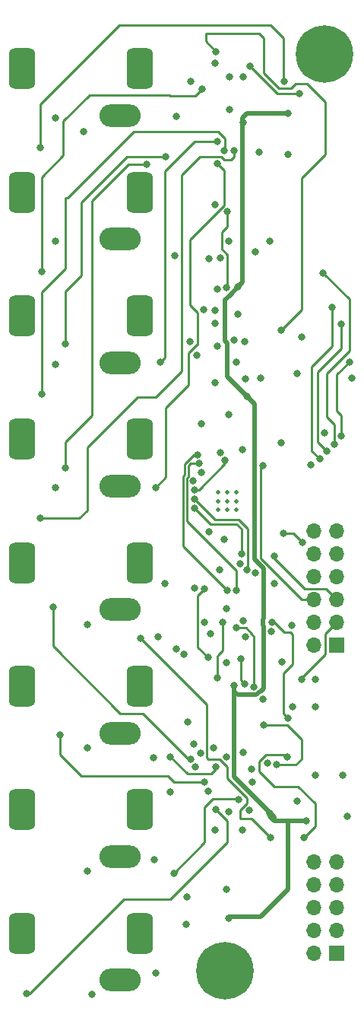
<source format=gbr>
%TF.GenerationSoftware,KiCad,Pcbnew,(6.0.7)*%
%TF.CreationDate,2022-09-10T19:48:32+02:00*%
%TF.ProjectId,eurorack-pmod-pcb,6575726f-7261-4636-9b2d-706d6f642d70,rev?*%
%TF.SameCoordinates,Original*%
%TF.FileFunction,Copper,L3,Inr*%
%TF.FilePolarity,Positive*%
%FSLAX46Y46*%
G04 Gerber Fmt 4.6, Leading zero omitted, Abs format (unit mm)*
G04 Created by KiCad (PCBNEW (6.0.7)) date 2022-09-10 19:48:32*
%MOMM*%
%LPD*%
G01*
G04 APERTURE LIST*
G04 Aperture macros list*
%AMRoundRect*
0 Rectangle with rounded corners*
0 $1 Rounding radius*
0 $2 $3 $4 $5 $6 $7 $8 $9 X,Y pos of 4 corners*
0 Add a 4 corners polygon primitive as box body*
4,1,4,$2,$3,$4,$5,$6,$7,$8,$9,$2,$3,0*
0 Add four circle primitives for the rounded corners*
1,1,$1+$1,$2,$3*
1,1,$1+$1,$4,$5*
1,1,$1+$1,$6,$7*
1,1,$1+$1,$8,$9*
0 Add four rect primitives between the rounded corners*
20,1,$1+$1,$2,$3,$4,$5,0*
20,1,$1+$1,$4,$5,$6,$7,0*
20,1,$1+$1,$6,$7,$8,$9,0*
20,1,$1+$1,$8,$9,$2,$3,0*%
G04 Aperture macros list end*
%TA.AperFunction,ComponentPad*%
%ADD10C,0.500000*%
%TD*%
%TA.AperFunction,ComponentPad*%
%ADD11RoundRect,0.725000X-0.725000X1.575000X-0.725000X-1.575000X0.725000X-1.575000X0.725000X1.575000X0*%
%TD*%
%TA.AperFunction,ComponentPad*%
%ADD12O,4.600000X2.500000*%
%TD*%
%TA.AperFunction,ComponentPad*%
%ADD13C,0.800000*%
%TD*%
%TA.AperFunction,ComponentPad*%
%ADD14C,6.400000*%
%TD*%
%TA.AperFunction,ComponentPad*%
%ADD15R,1.700000X1.700000*%
%TD*%
%TA.AperFunction,ComponentPad*%
%ADD16O,1.700000X1.700000*%
%TD*%
%TA.AperFunction,ViaPad*%
%ADD17C,0.800000*%
%TD*%
%TA.AperFunction,Conductor*%
%ADD18C,0.250000*%
%TD*%
%TA.AperFunction,Conductor*%
%ADD19C,0.508000*%
%TD*%
%TA.AperFunction,Conductor*%
%ADD20C,0.254000*%
%TD*%
G04 APERTURE END LIST*
D10*
%TO.N,GND*%
%TO.C,U3*%
X3925000Y-53840000D03*
X4925000Y-54840000D03*
X5925000Y-53840000D03*
X5925000Y-52840000D03*
X4925000Y-52840000D03*
X3925000Y-54840000D03*
X4925000Y-53840000D03*
X5925000Y-54840000D03*
X3925000Y-52840000D03*
%TD*%
D11*
%TO.N,GND*%
%TO.C,J6*%
X-17970000Y-46964776D03*
%TO.N,Net-(J6-PadT)*%
X-4770000Y-46964776D03*
D12*
%TO.N,GND*%
X-6970000Y-52164776D03*
%TD*%
D13*
%TO.N,N/C*%
%TO.C,REF\u002A\u002A*%
X17445056Y-5761056D03*
X14050944Y-5761056D03*
X18148000Y-4064000D03*
D14*
X15748000Y-4064000D03*
D13*
X17445056Y-2366944D03*
X13348000Y-4064000D03*
X14050944Y-2366944D03*
X15748000Y-1664000D03*
X15748000Y-6464000D03*
%TD*%
D15*
%TO.N,Net-(D2-Pad1)*%
%TO.C,J1*%
X17145000Y-104135000D03*
D16*
X14605000Y-104135000D03*
%TO.N,GND*%
X17145000Y-101595000D03*
X14605000Y-101595000D03*
X17145000Y-99055000D03*
X14605000Y-99055000D03*
X17145000Y-96515000D03*
X14605000Y-96515000D03*
%TO.N,Net-(D1-Pad2)*%
X17145000Y-93975000D03*
X14605000Y-93975000D03*
%TD*%
D11*
%TO.N,GND*%
%TO.C,J3*%
X-17970000Y-5735611D03*
%TO.N,Net-(J3-PadT)*%
X-4770000Y-5735611D03*
D12*
%TO.N,GND*%
X-6970000Y-10935611D03*
%TD*%
D11*
%TO.N,GND*%
%TO.C,J7*%
X-17970000Y-60707831D03*
%TO.N,Net-(J7-PadT)*%
X-4770000Y-60707831D03*
D12*
%TO.N,unconnected-(J7-PadTN)*%
X-6970000Y-65907831D03*
%TD*%
D11*
%TO.N,GND*%
%TO.C,J4*%
X-17970000Y-19478666D03*
%TO.N,Net-(J4-PadT)*%
X-4770000Y-19478666D03*
D12*
%TO.N,GND*%
X-6970000Y-24678666D03*
%TD*%
D11*
%TO.N,GND*%
%TO.C,J10*%
X-17970000Y-101937000D03*
%TO.N,Net-(J10-PadT)*%
X-4770000Y-101937000D03*
D12*
%TO.N,unconnected-(J10-PadTN)*%
X-6970000Y-107137000D03*
%TD*%
D11*
%TO.N,GND*%
%TO.C,J5*%
X-17970000Y-33221721D03*
%TO.N,Net-(J5-PadT)*%
X-4770000Y-33221721D03*
D12*
%TO.N,GND*%
X-6970000Y-38421721D03*
%TD*%
D13*
%TO.N,N/C*%
%TO.C,REF\u002A\u002A*%
X4673600Y-108521200D03*
X6370656Y-107818256D03*
X2976544Y-107818256D03*
D14*
X4673600Y-106121200D03*
D13*
X4673600Y-103721200D03*
X2273600Y-106121200D03*
X2976544Y-104424144D03*
X6370656Y-104424144D03*
X7073600Y-106121200D03*
%TD*%
D11*
%TO.N,GND*%
%TO.C,J9*%
X-17970000Y-88193941D03*
%TO.N,Net-(J9-PadT)*%
X-4770000Y-88193941D03*
D12*
%TO.N,unconnected-(J9-PadTN)*%
X-6970000Y-93393941D03*
%TD*%
D15*
%TO.N,/SDIN1*%
%TO.C,J2*%
X17145000Y-69850000D03*
D16*
%TO.N,/SCL*%
X14605000Y-69850000D03*
%TO.N,/SDOUT1*%
X17145000Y-67310000D03*
%TO.N,/SDA*%
X14605000Y-67310000D03*
%TO.N,/LRCK*%
X17145000Y-64770000D03*
%TO.N,/PDN*%
X14605000Y-64770000D03*
%TO.N,/BICK*%
X17145000Y-62230000D03*
%TO.N,/MCLK*%
X14605000Y-62230000D03*
%TO.N,GND*%
X17145000Y-59690000D03*
X14605000Y-59690000D03*
%TO.N,Net-(J2-Pad11)*%
X17145000Y-57150000D03*
X14605000Y-57150000D03*
%TD*%
D11*
%TO.N,GND*%
%TO.C,J8*%
X-17970000Y-74450886D03*
%TO.N,Net-(J8-PadT)*%
X-4770000Y-74450886D03*
D12*
%TO.N,unconnected-(J8-PadTN)*%
X-6970000Y-79650886D03*
%TD*%
D17*
%TO.N,GND*%
X-14224000Y-11176000D03*
X5080000Y-88392000D03*
X18288000Y-88900000D03*
X12192000Y-76708000D03*
X-14224000Y-52324000D03*
X18796000Y-40132000D03*
X12700000Y-39624000D03*
X330200Y-100914200D03*
X-10668000Y-67564000D03*
X9652000Y-24892000D03*
X6604000Y-90424000D03*
X-14224000Y-24892000D03*
X5080000Y-24892000D03*
X-14224000Y-38608000D03*
X-10668000Y-81280000D03*
X15748000Y-46228000D03*
X3556000Y-90424000D03*
X4064000Y-61468000D03*
X14732000Y-84328000D03*
X14224000Y-49784000D03*
X431800Y-97866200D03*
X-733318Y-70289739D03*
X9830704Y-68328994D03*
X17780000Y-84328000D03*
X-10668000Y-94996000D03*
X8035679Y-61794813D03*
X3556000Y-40640000D03*
X8636000Y-40132000D03*
X4139200Y-48416091D03*
X-10160000Y-108712000D03*
X11684000Y-15240000D03*
X6604000Y-48133000D03*
%TO.N,+3.3VA*%
X14732000Y-76708000D03*
X10922000Y-47371000D03*
%TO.N,VDD*%
X4572000Y-58128500D03*
X10160000Y-62992000D03*
X14732000Y-73660000D03*
%TO.N,Net-(C33-Pad1)*%
X-1016000Y-95250000D03*
X6241340Y-87021939D03*
%TO.N,+12V*%
X11044701Y-71759299D03*
X4879818Y-71785734D03*
X13208937Y-35561373D03*
X6678500Y-6604000D03*
X3048000Y-68580000D03*
X4863002Y-97014500D03*
X9431135Y-83003391D03*
X5080000Y-44196000D03*
X6096000Y-33020000D03*
%TO.N,-12V*%
X11684000Y-10668000D03*
X9652000Y-88554500D03*
X5733318Y-74324310D03*
X6096000Y-29972000D03*
X13716000Y-89408000D03*
X5080000Y-100276593D03*
X7112000Y-42164000D03*
X6678500Y-11684000D03*
%TO.N,Net-(C33-Pad2)*%
X-3175000Y-93726000D03*
X7370299Y-88269299D03*
%TO.N,Net-(D3-Pad1)*%
X-762000Y-11049000D03*
X-11049000Y-12700000D03*
%TO.N,Net-(D7-Pad2)*%
X889000Y-82550000D03*
X-14478000Y-65659000D03*
%TO.N,/SDIN1*%
X11176000Y-57404000D03*
X13335000Y-58420000D03*
X2921000Y-57277000D03*
%TO.N,/SCL*%
X1270000Y-53594000D03*
X7091117Y-61468000D03*
X12128500Y-67691000D03*
%TO.N,/SDOUT1*%
X13208000Y-73660000D03*
X6326572Y-60805765D03*
%TO.N,/SDA*%
X6514500Y-59713204D03*
X1265701Y-54614299D03*
%TO.N,/LRCK*%
X10155046Y-59927835D03*
%TO.N,/PDN*%
X4699000Y-49276000D03*
X8890000Y-49911000D03*
X1262712Y-52594524D03*
%TO.N,Net-(C34-Pad1)*%
X4826000Y-65786000D03*
X5916340Y-67956372D03*
X7859111Y-74526391D03*
%TO.N,Net-(D5-Pad1)*%
X-1905000Y-15494000D03*
X-13081000Y-36322000D03*
%TO.N,Net-(C34-Pad2)*%
X1392701Y-83443299D03*
X8927500Y-75872067D03*
X1288115Y-63559201D03*
%TO.N,Net-(D9-Pad2)*%
X-1397000Y-86233000D03*
X2794000Y-86106000D03*
%TO.N,/-VCOM*%
X3556000Y-5080000D03*
X3544858Y-20816544D03*
X-2032000Y-62992000D03*
X1524000Y-37592000D03*
X1218000Y-80854846D03*
X2032000Y-45212000D03*
%TO.N,/dual_mono_inputs1/IN1_3V*%
X15240000Y-49149000D03*
X16637000Y-32258000D03*
%TO.N,Net-(C35-Pad2)*%
X12700000Y-87249000D03*
X-2997200Y-106324400D03*
%TO.N,Net-(D6-Pad1)*%
X-4064000Y-16383000D03*
X-13081000Y-50165000D03*
%TO.N,/dual_mono_inputs1/IN2_3V*%
X17653000Y-34163000D03*
X16002000Y-48260000D03*
%TO.N,/dual_mono_inputs2/IN1_3V*%
X15621000Y-28448000D03*
X16891000Y-47498000D03*
%TO.N,Net-(RN3-Pad5)*%
X5715000Y-35941000D03*
X5961496Y-38347854D03*
%TO.N,/dual_mono_inputs2/IN2_3V*%
X17653000Y-46609000D03*
X18542000Y-38354000D03*
%TO.N,/dual_mono_outputs1/OUT1*%
X4903900Y-63754247D03*
X1616345Y-48670657D03*
%TO.N,Net-(C20-Pad1)*%
X889000Y-7112000D03*
X762000Y-36068000D03*
%TO.N,/dual_mono_outputs1/OUT2*%
X5969000Y-63754000D03*
X1778000Y-49657000D03*
%TO.N,Net-(C20-Pad2)*%
X12954000Y-8509000D03*
X7493000Y-5461000D03*
X3543000Y-34023000D03*
X3803200Y-36614250D03*
%TO.N,Net-(D10-Pad2)*%
X-17399000Y-108686600D03*
X3683000Y-88138000D03*
%TO.N,/dual_mono_outputs2/OUT1*%
X545500Y-78381715D03*
X2032000Y-50673000D03*
X3410712Y-81284200D03*
%TO.N,/dual_mono_outputs2/OUT2*%
X1152613Y-51601104D03*
X4876922Y-82338324D03*
X1942500Y-81915000D03*
%TO.N,Net-(C21-Pad2)*%
X11303000Y-7112000D03*
X-15875000Y-14478000D03*
%TO.N,Net-(C22-Pad1)*%
X3556000Y-32639000D03*
X6841503Y-36068000D03*
X6985000Y-40259000D03*
%TO.N,Net-(C22-Pad2)*%
X10922000Y-34798000D03*
X3683000Y-3810000D03*
%TO.N,Net-(C23-Pad1)*%
X5207000Y-10287000D03*
X5207000Y-6604000D03*
%TO.N,Net-(C23-Pad2)*%
X-15748000Y-28321000D03*
X2159000Y-8001000D03*
%TO.N,Net-(C24-Pad1)*%
X-889000Y-26543000D03*
X8052000Y-26086000D03*
%TO.N,Net-(C25-Pad1)*%
X-2540000Y-38354000D03*
X3810000Y-13843000D03*
%TO.N,Net-(C25-Pad2)*%
X-15748000Y-41910000D03*
X4572000Y-14807000D03*
%TO.N,Net-(D8-Pad2)*%
X2413000Y-85090000D03*
X-13716000Y-79883000D03*
%TO.N,Net-(C26-Pad1)*%
X2864000Y-26867000D03*
X2286000Y-32512000D03*
%TO.N,Net-(C26-Pad2)*%
X4191000Y-26797000D03*
X3836543Y-30240351D03*
%TO.N,Net-(C27-Pad1)*%
X3810000Y-16256000D03*
X-3048000Y-52324000D03*
%TO.N,Net-(C27-Pad2)*%
X5686614Y-14847178D03*
X8509000Y-14986000D03*
X-15875000Y-55753000D03*
%TO.N,Net-(C28-Pad1)*%
X2413000Y-67305500D03*
X6940938Y-68980970D03*
%TO.N,Net-(C29-Pad1)*%
X7747000Y-85090000D03*
X-2794000Y-68961000D03*
%TO.N,Net-(C29-Pad2)*%
X11620718Y-82302654D03*
X13462000Y-91313000D03*
X-4699000Y-69088000D03*
X9779000Y-91313000D03*
%TO.N,Net-(C30-Pad2)*%
X2413000Y-63627000D03*
X95999Y-70867094D03*
X2794000Y-71247000D03*
%TO.N,Net-(RN9-Pad5)*%
X4826000Y-30099000D03*
X4910676Y-21640922D03*
%TO.N,Net-(C31-Pad1)*%
X3688988Y-83417508D03*
X-1397000Y-82296000D03*
%TO.N,Net-(C31-Pad2)*%
X-3302000Y-82423000D03*
X6731000Y-81788000D03*
%TO.N,Net-(C32-Pad1)*%
X3810000Y-73533000D03*
X4445000Y-67310000D03*
%TO.N,Net-(RN10-Pad7)*%
X10414000Y-83185000D03*
X6477000Y-71374000D03*
X9017000Y-78798500D03*
X6858000Y-74168000D03*
%TO.N,Net-(RN10-Pad5)*%
X11684000Y-77978000D03*
X7620000Y-83693000D03*
X9906000Y-67310000D03*
X6731000Y-67183000D03*
%TD*%
D18*
%TO.N,Net-(D10-Pad2)*%
X-17399000Y-108686600D02*
X-17119600Y-108686600D01*
X-17119600Y-108686600D02*
X-6604000Y-98171000D01*
X-6604000Y-98171000D02*
X-1397000Y-98171000D01*
X-1397000Y-98171000D02*
X4953000Y-91821000D01*
X4953000Y-91821000D02*
X4953000Y-89408000D01*
X4953000Y-89408000D02*
X3683000Y-88138000D01*
%TO.N,Net-(C33-Pad1)*%
X2413000Y-91821000D02*
X2413000Y-87884000D01*
X3302000Y-86995000D02*
X6214401Y-86995000D01*
X-1016000Y-95250000D02*
X2413000Y-91821000D01*
X2413000Y-87884000D02*
X3302000Y-86995000D01*
X6214401Y-86995000D02*
X6241340Y-87021939D01*
D19*
%TO.N,-12V*%
X8925500Y-66956468D02*
X8977204Y-66904764D01*
X5733318Y-84544194D02*
X5733318Y-75038682D01*
X4917500Y-36245469D02*
X4656700Y-35984669D01*
X8977204Y-61360156D02*
X7944501Y-60327453D01*
X8596318Y-75017068D02*
X8626549Y-75017068D01*
X8925500Y-67663532D02*
X8925500Y-66956468D01*
X7944501Y-42996501D02*
X7620000Y-42672000D01*
X8594819Y-75018567D02*
X8596318Y-75017068D01*
X11684000Y-97028000D02*
X8636000Y-100076000D01*
X8659262Y-75006757D02*
X8977204Y-74688815D01*
X11684000Y-89408000D02*
X13716000Y-89408000D01*
X8977204Y-66904764D02*
X8977204Y-61360156D01*
X6604000Y-12192000D02*
X6604000Y-11758500D01*
X6604000Y-12192000D02*
X6604000Y-11176000D01*
X10160000Y-89408000D02*
X10160000Y-88970876D01*
X8636860Y-75006757D02*
X8659262Y-75006757D01*
X11684000Y-89408000D02*
X11684000Y-97028000D01*
X5144032Y-30988000D02*
X6096000Y-30036032D01*
X8175755Y-75416780D02*
X8573968Y-75018567D01*
X5733318Y-75038682D02*
X6111416Y-75416780D01*
X8977204Y-74688815D02*
X8977204Y-67715236D01*
X4656700Y-31475332D02*
X5144032Y-30988000D01*
X10160000Y-88970876D02*
X5733318Y-84544194D01*
X9652000Y-88900000D02*
X9652000Y-88554500D01*
X5280593Y-100076000D02*
X5080000Y-100276593D01*
X5144032Y-30988000D02*
X6604000Y-29528032D01*
X5733318Y-75038682D02*
X5733318Y-74324310D01*
X8636000Y-100076000D02*
X5280593Y-100076000D01*
X6604000Y-11758500D02*
X6678500Y-11684000D01*
X8573968Y-75018567D02*
X8594819Y-75018567D01*
X6096000Y-30036032D02*
X6096000Y-29972000D01*
X11684000Y-89408000D02*
X10160000Y-89408000D01*
X8977204Y-67715236D02*
X8925500Y-67663532D01*
X8626549Y-75017068D02*
X8636860Y-75006757D01*
X7620000Y-42672000D02*
X7112000Y-42164000D01*
X6604000Y-11176000D02*
X7112000Y-10668000D01*
X4917500Y-39969500D02*
X4917500Y-36245469D01*
X6604000Y-29528032D02*
X6604000Y-12192000D01*
X7620000Y-42672000D02*
X4917500Y-39969500D01*
X10160000Y-89408000D02*
X9652000Y-88900000D01*
X7944501Y-60327453D02*
X7944501Y-42996501D01*
X6111416Y-75416780D02*
X8175755Y-75416780D01*
X7112000Y-10668000D02*
X11684000Y-10668000D01*
X4656700Y-35984669D02*
X4656700Y-31475332D01*
D18*
%TO.N,Net-(D7-Pad2)*%
X-6985000Y-77470000D02*
X-14478000Y-69977000D01*
X-14478000Y-69977000D02*
X-14478000Y-69596000D01*
X-4445000Y-77470000D02*
X-6985000Y-77470000D01*
X-14478000Y-69596000D02*
X-14478000Y-65659000D01*
X-3683000Y-78232000D02*
X-4445000Y-77470000D01*
X635000Y-82550000D02*
X-3683000Y-78232000D01*
X889000Y-82550000D02*
X635000Y-82550000D01*
%TO.N,/SDIN1*%
X12319000Y-57404000D02*
X11176000Y-57404000D01*
X13335000Y-58420000D02*
X12319000Y-57404000D01*
%TO.N,/SCL*%
X1270000Y-53594000D02*
X3556000Y-55880000D01*
X7239000Y-56896000D02*
X7239000Y-61341000D01*
X6223000Y-55880000D02*
X7239000Y-56896000D01*
X7218117Y-61341000D02*
X7091117Y-61468000D01*
X3556000Y-55880000D02*
X6223000Y-55880000D01*
X7239000Y-61341000D02*
X7218117Y-61341000D01*
%TO.N,/SDOUT1*%
X13208000Y-73660000D02*
X13208000Y-73533000D01*
X15875000Y-68580000D02*
X17145000Y-67310000D01*
X13208000Y-73533000D02*
X15875000Y-70866000D01*
X15875000Y-70866000D02*
X15875000Y-68580000D01*
%TO.N,/SDA*%
X3039402Y-56388000D02*
X5968310Y-56388000D01*
X5968310Y-56388000D02*
X6514500Y-56934190D01*
X1265701Y-54614299D02*
X3039402Y-56388000D01*
X6514500Y-56934190D02*
X6514500Y-59713204D01*
%TO.N,/LRCK*%
X17145000Y-64770000D02*
X15970000Y-63595000D01*
X10155046Y-60193046D02*
X10155046Y-59927835D01*
X13557000Y-63595000D02*
X10155046Y-60193046D01*
X15970000Y-63595000D02*
X13557000Y-63595000D01*
D20*
%TO.N,/PDN*%
X8636000Y-50038000D02*
X8763000Y-49911000D01*
X4699000Y-49276000D02*
X4699000Y-49657000D01*
X14605000Y-64770000D02*
X13208000Y-64770000D01*
X8636000Y-60198000D02*
X8636000Y-50038000D01*
X13208000Y-64770000D02*
X12446000Y-64008000D01*
X4699000Y-49657000D02*
X1761476Y-52594524D01*
X1761476Y-52594524D02*
X1262712Y-52594524D01*
X8763000Y-49911000D02*
X8890000Y-49911000D01*
X12446000Y-64008000D02*
X8636000Y-60198000D01*
D18*
%TO.N,Net-(C34-Pad1)*%
X7629093Y-68653125D02*
X7874000Y-68898032D01*
X7010947Y-67956372D02*
X7629093Y-68574518D01*
X7874000Y-74511502D02*
X7859111Y-74526391D01*
X7629093Y-68574518D02*
X7629093Y-68653125D01*
X5916340Y-67956372D02*
X7010947Y-67956372D01*
X7874000Y-68898032D02*
X7874000Y-74511502D01*
%TO.N,Net-(D5-Pad1)*%
X-11303000Y-20574000D02*
X-7874000Y-17145000D01*
X-13081000Y-30480000D02*
X-11303000Y-28702000D01*
X-6223000Y-15494000D02*
X-1905000Y-15494000D01*
X-7874000Y-17145000D02*
X-6223000Y-15494000D01*
X-11303000Y-28702000D02*
X-11303000Y-20574000D01*
X-13081000Y-36322000D02*
X-13081000Y-30480000D01*
%TO.N,/dual_mono_inputs1/IN1_3V*%
X14351000Y-38862000D02*
X16637000Y-36576000D01*
X15240000Y-49149000D02*
X14351000Y-48260000D01*
X14351000Y-48260000D02*
X14351000Y-38862000D01*
X16637000Y-36576000D02*
X16637000Y-32258000D01*
%TO.N,Net-(D6-Pad1)*%
X-10795000Y-44958000D02*
X-10160000Y-44323000D01*
X-13081000Y-47244000D02*
X-10795000Y-44958000D01*
X-13081000Y-50165000D02*
X-13081000Y-47244000D01*
X-6096000Y-16383000D02*
X-4064000Y-16383000D01*
X-10160000Y-23495000D02*
X-10160000Y-20447000D01*
X-10160000Y-44323000D02*
X-10160000Y-23495000D01*
X-10160000Y-20447000D02*
X-6096000Y-16383000D01*
%TO.N,/dual_mono_inputs1/IN2_3V*%
X16002000Y-48260000D02*
X14986000Y-47244000D01*
X14986000Y-47244000D02*
X14986000Y-42164000D01*
X14986000Y-39497000D02*
X17653000Y-36830000D01*
X14986000Y-42164000D02*
X14986000Y-39497000D01*
X17653000Y-36830000D02*
X17653000Y-34163000D01*
%TO.N,/dual_mono_inputs2/IN1_3V*%
X18542000Y-37084000D02*
X18542000Y-31369000D01*
X18542000Y-31369000D02*
X15621000Y-28448000D01*
X16891000Y-47498000D02*
X16891000Y-45339000D01*
X16002000Y-44450000D02*
X16002000Y-39624000D01*
X16002000Y-39624000D02*
X18542000Y-37084000D01*
X16891000Y-45339000D02*
X16002000Y-44450000D01*
%TO.N,/dual_mono_inputs2/IN2_3V*%
X17653000Y-46609000D02*
X17653000Y-44323000D01*
X17145000Y-43815000D02*
X17145000Y-39751000D01*
X17145000Y-39751000D02*
X18542000Y-38354000D01*
X17653000Y-44323000D02*
X17145000Y-43815000D01*
%TO.N,/dual_mono_outputs1/OUT1*%
X-21388Y-58828959D02*
X-21388Y-51114817D01*
X-21388Y-51114817D02*
X185499Y-50907930D01*
X185499Y-50907930D02*
X185499Y-49724811D01*
X185499Y-49724811D02*
X1239653Y-48670657D01*
X4903900Y-63754247D02*
X-21388Y-58828959D01*
X1239653Y-48670657D02*
X1616345Y-48670657D01*
%TO.N,/dual_mono_outputs1/OUT2*%
X889000Y-49657000D02*
X1778000Y-49657000D01*
X5969000Y-61595000D02*
X428113Y-56054113D01*
X635000Y-51094119D02*
X635000Y-49911000D01*
X635000Y-49911000D02*
X889000Y-49657000D01*
X5969000Y-63754000D02*
X5969000Y-61595000D01*
X428113Y-56054113D02*
X428113Y-51301006D01*
X428113Y-51301006D02*
X635000Y-51094119D01*
%TO.N,Net-(C20-Pad2)*%
X12954000Y-8509000D02*
X10541000Y-8509000D01*
X10541000Y-8509000D02*
X7493000Y-5461000D01*
%TO.N,Net-(C21-Pad2)*%
X-8382000Y-2159000D02*
X-7112000Y-889000D01*
X-7112000Y-889000D02*
X9779000Y-889000D01*
X-15875000Y-9652000D02*
X-8382000Y-2159000D01*
X11176000Y-6985000D02*
X11303000Y-7112000D01*
X11176000Y-2286000D02*
X11176000Y-4318000D01*
X11176000Y-4318000D02*
X11176000Y-6985000D01*
X-15875000Y-14478000D02*
X-15875000Y-9652000D01*
X9779000Y-889000D02*
X11176000Y-2286000D01*
%TO.N,Net-(C22-Pad2)*%
X2540000Y-1778000D02*
X2540000Y-2667000D01*
X10922000Y-34798000D02*
X13208000Y-32512000D01*
X2540000Y-2667000D02*
X3683000Y-3810000D01*
X13208000Y-18161000D02*
X13208000Y-17907000D01*
X13843000Y-7366000D02*
X12573000Y-7366000D01*
X15875000Y-9398000D02*
X15367000Y-8890000D01*
X9017000Y-2286000D02*
X8509000Y-1778000D01*
X15875000Y-15240000D02*
X15875000Y-9398000D01*
X12573000Y-7366000D02*
X12065000Y-7874000D01*
X9017000Y-5334000D02*
X9017000Y-2286000D01*
X13208000Y-17907000D02*
X15875000Y-15240000D01*
X15367000Y-8890000D02*
X13843000Y-7366000D01*
X9017000Y-6223000D02*
X9017000Y-5334000D01*
X10668000Y-7874000D02*
X9017000Y-6223000D01*
X8509000Y-1778000D02*
X2540000Y-1778000D01*
X12065000Y-7874000D02*
X10668000Y-7874000D01*
X13208000Y-32512000D02*
X13208000Y-18161000D01*
%TO.N,Net-(C23-Pad2)*%
X-10414000Y-8636000D02*
X-1524000Y-8636000D01*
X1397000Y-8763000D02*
X2159000Y-8001000D01*
X-15748000Y-17780000D02*
X-13335000Y-15367000D01*
X-1524000Y-8636000D02*
X-1397000Y-8763000D01*
X-13335000Y-15367000D02*
X-13335000Y-14224000D01*
X-15748000Y-28321000D02*
X-15748000Y-17780000D01*
X-1397000Y-8763000D02*
X1397000Y-8763000D01*
X-13335000Y-11557000D02*
X-10414000Y-8636000D01*
X-13335000Y-14224000D02*
X-13335000Y-11557000D01*
%TO.N,Net-(C25-Pad1)*%
X-2032000Y-37846000D02*
X-2032000Y-35687000D01*
X-635000Y-15748000D02*
X1270000Y-13843000D01*
X-2540000Y-38354000D02*
X-2032000Y-37846000D01*
X-2032000Y-35687000D02*
X-2032000Y-17145000D01*
X-2032000Y-17145000D02*
X-635000Y-15748000D01*
X1270000Y-13843000D02*
X3810000Y-13843000D01*
%TO.N,Net-(C25-Pad2)*%
X4699000Y-13462000D02*
X4699000Y-14680000D01*
X-15748000Y-30607000D02*
X-13081000Y-27940000D01*
X3937000Y-12700000D02*
X4699000Y-13462000D01*
X-13081000Y-27940000D02*
X-13081000Y-20066000D01*
X-12823003Y-20066000D02*
X-5457003Y-12700000D01*
X-5457003Y-12700000D02*
X3937000Y-12700000D01*
X4699000Y-14680000D02*
X4572000Y-14807000D01*
X-13081000Y-20066000D02*
X-12823003Y-20066000D01*
X-15748000Y-41910000D02*
X-15748000Y-30607000D01*
%TO.N,Net-(D8-Pad2)*%
X-1651000Y-84455000D02*
X-1143000Y-84963000D01*
X-1016000Y-85090000D02*
X2413000Y-85090000D01*
X-13716000Y-82042000D02*
X-12319000Y-83439000D01*
X-1143000Y-84963000D02*
X-1016000Y-85090000D01*
X-12319000Y-83439000D02*
X-11303000Y-84455000D01*
X-13716000Y-79883000D02*
X-13716000Y-82042000D01*
X-11303000Y-84455000D02*
X-2667000Y-84455000D01*
X-2667000Y-84455000D02*
X-1651000Y-84455000D01*
%TO.N,Net-(C27-Pad1)*%
X-1905000Y-43434000D02*
X381000Y-41148000D01*
X-3048000Y-52324000D02*
X-1905000Y-51181000D01*
X1651000Y-32893000D02*
X762000Y-32004000D01*
X1651000Y-33782000D02*
X1651000Y-32893000D01*
X762000Y-32004000D02*
X762000Y-24765000D01*
X3683000Y-21844000D02*
X4572000Y-20955000D01*
X4572000Y-20955000D02*
X4572000Y-19812000D01*
X1651000Y-36449000D02*
X1651000Y-33782000D01*
X4572000Y-19812000D02*
X4572000Y-17018000D01*
X-1905000Y-43688000D02*
X-1905000Y-43434000D01*
X1524000Y-36449000D02*
X1651000Y-36449000D01*
X-1905000Y-51181000D02*
X-1905000Y-43688000D01*
X381000Y-41148000D02*
X635000Y-40894000D01*
X4572000Y-17018000D02*
X3810000Y-16256000D01*
X635000Y-40894000D02*
X635000Y-37338000D01*
X762000Y-24765000D02*
X3683000Y-21844000D01*
X635000Y-37338000D02*
X1524000Y-36449000D01*
%TO.N,Net-(C27-Pad2)*%
X-127000Y-17526000D02*
X1867500Y-15531500D01*
X1867500Y-15531500D02*
X4237098Y-15531500D01*
X-11557000Y-55753000D02*
X-10668000Y-54864000D01*
X-127000Y-39370000D02*
X-127000Y-17526000D01*
X-3048000Y-42291000D02*
X-127000Y-39370000D01*
X-10668000Y-47879000D02*
X-5080000Y-42291000D01*
X5334000Y-15875000D02*
X5686614Y-15522386D01*
X4237098Y-15531500D02*
X4580598Y-15875000D01*
X-10668000Y-54864000D02*
X-10668000Y-47879000D01*
X4580598Y-15875000D02*
X5334000Y-15875000D01*
X-15875000Y-55753000D02*
X-11557000Y-55753000D01*
X5686614Y-15522386D02*
X5686614Y-14847178D01*
X-5080000Y-42291000D02*
X-3048000Y-42291000D01*
%TO.N,Net-(C29-Pad2)*%
X9525000Y-82042000D02*
X9271000Y-82042000D01*
X2667000Y-76454000D02*
X-4699000Y-69088000D01*
X11360064Y-82042000D02*
X9525000Y-82042000D01*
X7112000Y-87503000D02*
X7112000Y-86868000D01*
X9779000Y-91313000D02*
X7620000Y-89154000D01*
X4953000Y-84709000D02*
X4953000Y-83439000D01*
X4953000Y-83439000D02*
X4064000Y-82550000D01*
X7620000Y-89154000D02*
X6350000Y-89154000D01*
X14732000Y-90043000D02*
X13462000Y-91313000D01*
X8509000Y-82804000D02*
X8509000Y-83947000D01*
X6350000Y-88265000D02*
X7112000Y-87503000D01*
X12827000Y-85598000D02*
X14732000Y-87503000D01*
X8509000Y-83947000D02*
X9144000Y-84582000D01*
X2667000Y-81407000D02*
X2667000Y-76454000D01*
X2794000Y-82550000D02*
X2667000Y-82423000D01*
X4064000Y-82550000D02*
X2794000Y-82550000D01*
X5334000Y-85090000D02*
X4953000Y-84709000D01*
X9271000Y-82042000D02*
X8509000Y-82804000D01*
X9144000Y-84582000D02*
X10160000Y-85598000D01*
X2667000Y-82423000D02*
X2667000Y-81407000D01*
X14732000Y-87503000D02*
X14732000Y-90043000D01*
X6350000Y-89154000D02*
X6350000Y-88265000D01*
X11620718Y-82302654D02*
X11360064Y-82042000D01*
X10160000Y-85598000D02*
X12827000Y-85598000D01*
X7112000Y-86868000D02*
X5334000Y-85090000D01*
%TO.N,Net-(C30-Pad2)*%
X1651000Y-65913000D02*
X1651000Y-64389000D01*
X2794000Y-71247000D02*
X1651000Y-70104000D01*
X1651000Y-64389000D02*
X2413000Y-63627000D01*
X1651000Y-70104000D02*
X1651000Y-65913000D01*
%TO.N,Net-(RN9-Pad5)*%
X4318000Y-25781000D02*
X4318000Y-23876000D01*
X4953000Y-26416000D02*
X4318000Y-25781000D01*
X4826000Y-30099000D02*
X4953000Y-29972000D01*
X4318000Y-23876000D02*
X4910676Y-23283324D01*
X4953000Y-29972000D02*
X4953000Y-26416000D01*
X4910676Y-23283324D02*
X4910676Y-21640922D01*
%TO.N,Net-(C31-Pad1)*%
X3688988Y-83687012D02*
X3688988Y-83417508D01*
X508000Y-84201000D02*
X3175000Y-84201000D01*
X3175000Y-84201000D02*
X3688988Y-83687012D01*
X-1397000Y-82296000D02*
X508000Y-84201000D01*
%TO.N,Net-(C32-Pad1)*%
X4445000Y-67310000D02*
X4445000Y-70485000D01*
X3810000Y-71120000D02*
X3810000Y-73533000D01*
X3937000Y-70993000D02*
X3810000Y-71120000D01*
X4445000Y-70485000D02*
X3937000Y-70993000D01*
%TO.N,Net-(RN10-Pad7)*%
X12954000Y-80137000D02*
X13208000Y-80391000D01*
X11615500Y-78798500D02*
X12954000Y-80137000D01*
X6477000Y-71374000D02*
X6477000Y-73787000D01*
X13208000Y-82550000D02*
X12573000Y-83185000D01*
X12573000Y-83185000D02*
X10414000Y-83185000D01*
X13208000Y-80391000D02*
X13208000Y-82550000D01*
X6477000Y-73787000D02*
X6858000Y-74168000D01*
X9017000Y-78798500D02*
X11615500Y-78798500D01*
%TO.N,Net-(RN10-Pad5)*%
X11684000Y-77978000D02*
X11176000Y-77470000D01*
X11176000Y-73025000D02*
X11811000Y-72390000D01*
X10033000Y-67183000D02*
X9906000Y-67310000D01*
X12192000Y-68707000D02*
X11938000Y-68453000D01*
X11176000Y-77470000D02*
X11176000Y-76581000D01*
X11176000Y-76581000D02*
X11176000Y-73025000D01*
X11303000Y-68453000D02*
X10033000Y-67183000D01*
X11938000Y-68453000D02*
X11303000Y-68453000D01*
X11811000Y-72390000D02*
X12192000Y-72009000D01*
X12192000Y-72009000D02*
X12192000Y-68707000D01*
%TD*%
M02*

</source>
